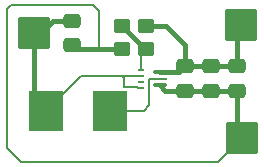
<source format=gbr>
%TF.GenerationSoftware,KiCad,Pcbnew,8.0.1*%
%TF.CreationDate,2024-04-26T21:59:39-07:00*%
%TF.ProjectId,boost-converter,626f6f73-742d-4636-9f6e-766572746572,rev?*%
%TF.SameCoordinates,Original*%
%TF.FileFunction,Copper,L1,Top*%
%TF.FilePolarity,Positive*%
%FSLAX46Y46*%
G04 Gerber Fmt 4.6, Leading zero omitted, Abs format (unit mm)*
G04 Created by KiCad (PCBNEW 8.0.1) date 2024-04-26 21:59:39*
%MOMM*%
%LPD*%
G01*
G04 APERTURE LIST*
G04 Aperture macros list*
%AMRoundRect*
0 Rectangle with rounded corners*
0 $1 Rounding radius*
0 $2 $3 $4 $5 $6 $7 $8 $9 X,Y pos of 4 corners*
0 Add a 4 corners polygon primitive as box body*
4,1,4,$2,$3,$4,$5,$6,$7,$8,$9,$2,$3,0*
0 Add four circle primitives for the rounded corners*
1,1,$1+$1,$2,$3*
1,1,$1+$1,$4,$5*
1,1,$1+$1,$6,$7*
1,1,$1+$1,$8,$9*
0 Add four rect primitives between the rounded corners*
20,1,$1+$1,$2,$3,$4,$5,0*
20,1,$1+$1,$4,$5,$6,$7,0*
20,1,$1+$1,$6,$7,$8,$9,0*
20,1,$1+$1,$8,$9,$2,$3,0*%
G04 Aperture macros list end*
%TA.AperFunction,ComponentPad*%
%ADD10RoundRect,0.250000X-1.125000X-1.125000X1.125000X-1.125000X1.125000X1.125000X-1.125000X1.125000X0*%
%TD*%
%TA.AperFunction,SMDPad,CuDef*%
%ADD11RoundRect,0.250000X0.475000X-0.337500X0.475000X0.337500X-0.475000X0.337500X-0.475000X-0.337500X0*%
%TD*%
%TA.AperFunction,SMDPad,CuDef*%
%ADD12RoundRect,0.087500X0.487500X0.087500X-0.487500X0.087500X-0.487500X-0.087500X0.487500X-0.087500X0*%
%TD*%
%TA.AperFunction,SMDPad,CuDef*%
%ADD13RoundRect,0.050000X0.675000X0.050000X-0.675000X0.050000X-0.675000X-0.050000X0.675000X-0.050000X0*%
%TD*%
%TA.AperFunction,SMDPad,CuDef*%
%ADD14RoundRect,0.062500X0.162500X0.062500X-0.162500X0.062500X-0.162500X-0.062500X0.162500X-0.062500X0*%
%TD*%
%TA.AperFunction,SMDPad,CuDef*%
%ADD15RoundRect,0.250000X-0.450000X0.350000X-0.450000X-0.350000X0.450000X-0.350000X0.450000X0.350000X0*%
%TD*%
%TA.AperFunction,SMDPad,CuDef*%
%ADD16R,2.950000X3.500000*%
%TD*%
%TA.AperFunction,SMDPad,CuDef*%
%ADD17RoundRect,0.250000X-0.475000X0.337500X-0.475000X-0.337500X0.475000X-0.337500X0.475000X0.337500X0*%
%TD*%
%TA.AperFunction,Conductor*%
%ADD18C,0.200000*%
%TD*%
%TA.AperFunction,Conductor*%
%ADD19C,0.381000*%
%TD*%
G04 APERTURE END LIST*
D10*
%TO.P,GND,1*%
%TO.N,GND*%
X147375000Y-109550000D03*
%TD*%
%TO.P,3V,1*%
%TO.N,+3V*%
X129800000Y-100675000D03*
%TD*%
%TO.P,Vout,1*%
%TO.N,+5V*%
X147350000Y-100025000D03*
%TD*%
D11*
%TO.P,C4,1*%
%TO.N,GND*%
X146975000Y-105575000D03*
%TO.P,C4,2*%
%TO.N,+5V*%
X146975000Y-103500000D03*
%TD*%
%TO.P,C3,1*%
%TO.N,GND*%
X144775000Y-105575000D03*
%TO.P,C3,2*%
%TO.N,+5V*%
X144775000Y-103500000D03*
%TD*%
%TO.P,C2,1*%
%TO.N,GND*%
X142575000Y-105575000D03*
%TO.P,C2,2*%
%TO.N,+5V*%
X142575000Y-103500000D03*
%TD*%
D12*
%TO.P,U1,1,GND*%
%TO.N,GND*%
X140437000Y-105125000D03*
D13*
%TO.P,U1,2,SW*%
%TO.N,Net-(U1-SW)*%
X140287000Y-104575000D03*
D12*
%TO.P,U1,3,VOUT*%
%TO.N,+5V*%
X140437000Y-104025000D03*
D14*
%TO.P,U1,4,FB*%
%TO.N,Net-(U1-FB)*%
X138837000Y-103825000D03*
%TO.P,U1,5,EN*%
%TO.N,+3V*%
X138837000Y-104325000D03*
%TO.P,U1,6,MODE*%
%TO.N,unconnected-(U1-MODE-Pad6)*%
X138837000Y-104825000D03*
%TO.P,U1,7,VIN*%
%TO.N,+3V*%
X138837000Y-105325000D03*
%TD*%
D15*
%TO.P,R2,1*%
%TO.N,Net-(U1-FB)*%
X137225000Y-100075000D03*
%TO.P,R2,2*%
%TO.N,GND*%
X137225000Y-102075000D03*
%TD*%
%TO.P,R1,1*%
%TO.N,+5V*%
X139300000Y-100075000D03*
%TO.P,R1,2*%
%TO.N,Net-(U1-FB)*%
X139300000Y-102075000D03*
%TD*%
D16*
%TO.P,L1,1*%
%TO.N,+3V*%
X130800000Y-107275000D03*
%TO.P,L1,2*%
%TO.N,Net-(U1-SW)*%
X136250000Y-107275000D03*
%TD*%
D17*
%TO.P,C1,1*%
%TO.N,+3V*%
X133025000Y-99650000D03*
%TO.P,C1,2*%
%TO.N,GND*%
X133025000Y-101725000D03*
%TD*%
D18*
%TO.N,Net-(U1-SW)*%
X136250000Y-107275000D02*
X139075000Y-107275000D01*
X139575000Y-104575000D02*
X140287000Y-104575000D01*
X139075000Y-107275000D02*
X139562000Y-106788000D01*
X139562000Y-106788000D02*
X139562000Y-104588000D01*
X139562000Y-104588000D02*
X139575000Y-104575000D01*
D19*
%TO.N,+3V*%
X129800000Y-100675000D02*
X129800000Y-106275000D01*
X129800000Y-106275000D02*
X130800000Y-107275000D01*
X131400000Y-99650000D02*
X130375000Y-100675000D01*
X130375000Y-100675000D02*
X129800000Y-100675000D01*
%TO.N,GND*%
X146975000Y-105575000D02*
X146975000Y-109150000D01*
X146975000Y-109150000D02*
X147375000Y-109550000D01*
D18*
X135275000Y-102075000D02*
X135275000Y-98800000D01*
X135275000Y-98800000D02*
X134775000Y-98300000D01*
X134775000Y-98300000D02*
X127875000Y-98300000D01*
X127540000Y-98635000D02*
X127540000Y-110440000D01*
X147375000Y-109575000D02*
X147375000Y-109550000D01*
X127875000Y-98300000D02*
X127540000Y-98635000D01*
X127540000Y-110440000D02*
X128700000Y-111600000D01*
X128700000Y-111600000D02*
X145350000Y-111600000D01*
X145350000Y-111600000D02*
X147375000Y-109575000D01*
D19*
X135275000Y-102075000D02*
X133375000Y-102075000D01*
X137225000Y-102075000D02*
X135275000Y-102075000D01*
D18*
%TO.N,Net-(U1-FB)*%
X138837000Y-103825000D02*
X138837000Y-102538000D01*
X138837000Y-102538000D02*
X139300000Y-102075000D01*
%TO.N,+3V*%
X138497614Y-105225000D02*
X137400000Y-105225000D01*
X137250000Y-104325000D02*
X138837000Y-104325000D01*
X138837000Y-105325000D02*
X138597614Y-105325000D01*
X133750000Y-104325000D02*
X137250000Y-104325000D01*
X138597614Y-105325000D02*
X138497614Y-105225000D01*
X137400000Y-105225000D02*
X137400000Y-104475000D01*
X137400000Y-104475000D02*
X137250000Y-104325000D01*
X130800000Y-107275000D02*
X133750000Y-104325000D01*
D19*
%TO.N,GND*%
X142309500Y-105840500D02*
X142575000Y-105575000D01*
X133375000Y-102075000D02*
X133025000Y-101725000D01*
%TO.N,Net-(U1-FB)*%
X139300000Y-102075000D02*
X139225000Y-102075000D01*
X139225000Y-102075000D02*
X137225000Y-100075000D01*
%TO.N,+3V*%
X131400000Y-99650000D02*
X133025000Y-99650000D01*
%TO.N,GND*%
X144775000Y-105575000D02*
X146975000Y-105575000D01*
X142575000Y-105575000D02*
X144775000Y-105575000D01*
X142575000Y-105575000D02*
X140887000Y-105575000D01*
X140887000Y-105575000D02*
X140437000Y-105125000D01*
%TO.N,+5V*%
X142575000Y-101675000D02*
X140975000Y-100075000D01*
X142575000Y-103500000D02*
X142575000Y-101675000D01*
X140975000Y-100075000D02*
X139300000Y-100075000D01*
X146975000Y-103500000D02*
X146975000Y-100400000D01*
X146975000Y-100400000D02*
X147350000Y-100025000D01*
X144775000Y-103500000D02*
X146975000Y-103500000D01*
X142575000Y-103500000D02*
X144775000Y-103500000D01*
X140437000Y-104025000D02*
X142050000Y-104025000D01*
X142050000Y-104025000D02*
X142575000Y-103500000D01*
D18*
X140437000Y-104025000D02*
X140475000Y-104025000D01*
X139000000Y-99650000D02*
X138850000Y-99650000D01*
%TD*%
M02*

</source>
